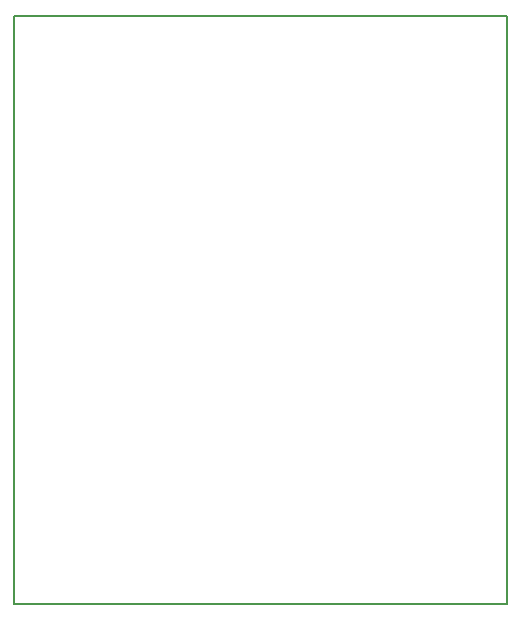
<source format=gm1>
G04 MADE WITH FRITZING*
G04 WWW.FRITZING.ORG*
G04 DOUBLE SIDED*
G04 HOLES PLATED*
G04 CONTOUR ON CENTER OF CONTOUR VECTOR*
%ASAXBY*%
%FSLAX23Y23*%
%MOIN*%
%OFA0B0*%
%SFA1.0B1.0*%
%ADD10R,1.653540X1.968500*%
%ADD11C,0.008000*%
%ADD10C,0.008*%
%LNCONTOUR*%
G90*
G70*
G54D10*
G54D11*
X4Y1965D02*
X1650Y1965D01*
X1650Y4D01*
X4Y4D01*
X4Y1965D01*
D02*
G04 End of contour*
M02*
</source>
